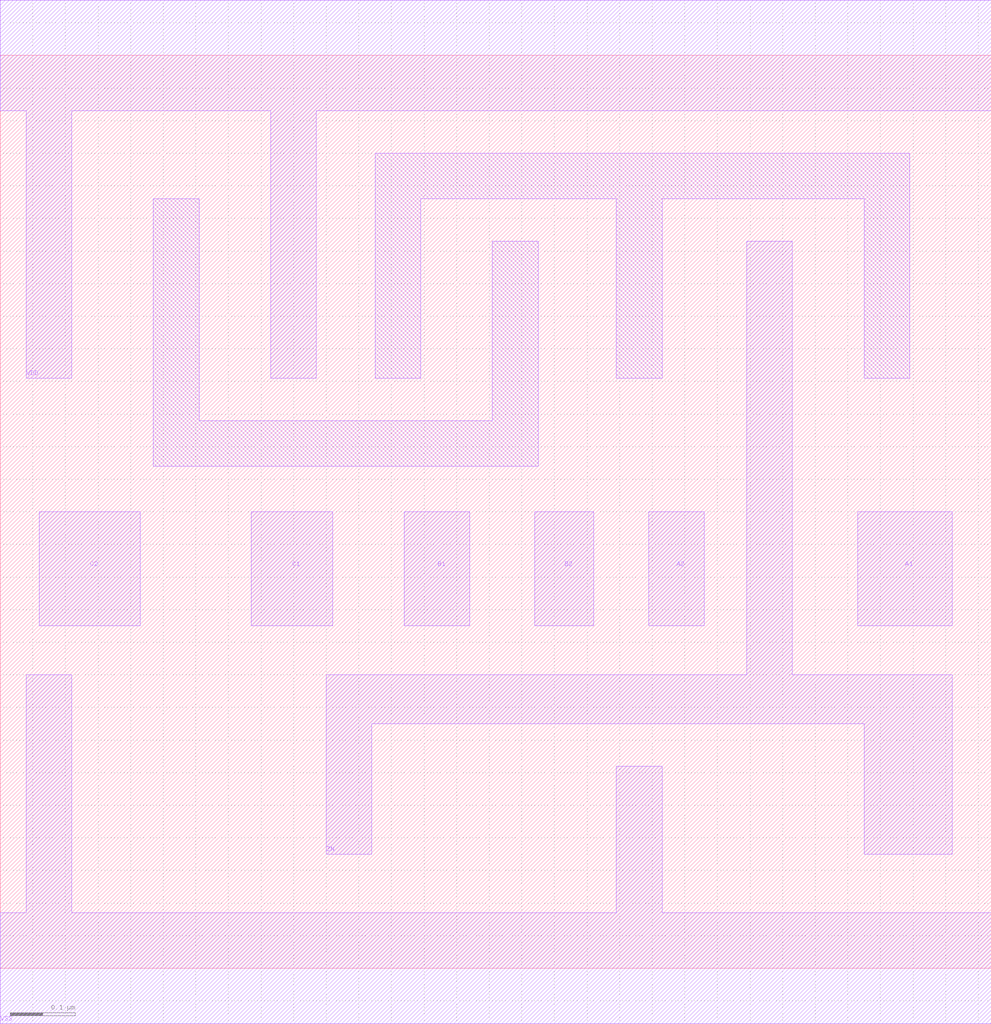
<source format=lef>
# 
# ******************************************************************************
# *                                                                            *
# *                   Copyright (C) 2004-2010, Nangate Inc.                    *
# *                           All rights reserved.                             *
# *                                                                            *
# * Nangate and the Nangate logo are trademarks of Nangate Inc.                *
# *                                                                            *
# * All trademarks, logos, software marks, and trade names (collectively the   *
# * "Marks") in this program are proprietary to Nangate or other respective    *
# * owners that have granted Nangate the right and license to use such Marks.  *
# * You are not permitted to use the Marks without the prior written consent   *
# * of Nangate or such third party that may own the Marks.                     *
# *                                                                            *
# * This file has been provided pursuant to a License Agreement containing     *
# * restrictions on its use. This file contains valuable trade secrets and     *
# * proprietary information of Nangate Inc., and is protected by U.S. and      *
# * international laws and/or treaties.                                        *
# *                                                                            *
# * The copyright notice(s) in this file does not indicate actual or intended  *
# * publication of this file.                                                  *
# *                                                                            *
# *     NGLibraryCreator, v2010.08-HR32-SP3-2010-08-05 - build 1009061800      *
# *                                                                            *
# ******************************************************************************
# 
# 
# Running on brazil06.nangate.com.br for user Giancarlo Franciscatto (gfr).
# Local time is now Fri, 3 Dec 2010, 19:32:18.
# Main process id is 27821.

VERSION 5.6 ;
BUSBITCHARS "[]" ;
DIVIDERCHAR "/" ;

MACRO AOI222_X1
  CLASS core ;
  FOREIGN AOI222_X1 0.0 0.0 ;
  ORIGIN 0 0 ;
  SYMMETRY X Y ;
  SITE FreePDK45_38x28_10R_NP_162NW_34O ;
  SIZE 1.52 BY 1.4 ;
  PIN A1
    DIRECTION INPUT ;
    ANTENNAPARTIALMETALAREA 0.025375 LAYER metal1 ;
    ANTENNAPARTIALMETALSIDEAREA 0.0832 LAYER metal1 ;
    ANTENNAGATEAREA 0.05225 ;
    PORT
      LAYER metal1 ;
        POLYGON 1.315 0.525 1.46 0.525 1.46 0.7 1.315 0.7  ;
    END
  END A1
  PIN A2
    DIRECTION INPUT ;
    ANTENNAPARTIALMETALAREA 0.014875 LAYER metal1 ;
    ANTENNAPARTIALMETALSIDEAREA 0.0676 LAYER metal1 ;
    ANTENNAGATEAREA 0.05225 ;
    PORT
      LAYER metal1 ;
        POLYGON 0.995 0.525 1.08 0.525 1.08 0.7 0.995 0.7  ;
    END
  END A2
  PIN B1
    DIRECTION INPUT ;
    ANTENNAPARTIALMETALAREA 0.0175 LAYER metal1 ;
    ANTENNAPARTIALMETALSIDEAREA 0.0715 LAYER metal1 ;
    ANTENNAGATEAREA 0.05225 ;
    PORT
      LAYER metal1 ;
        POLYGON 0.62 0.525 0.72 0.525 0.72 0.7 0.62 0.7  ;
    END
  END B1
  PIN B2
    DIRECTION INPUT ;
    ANTENNAPARTIALMETALAREA 0.01575 LAYER metal1 ;
    ANTENNAPARTIALMETALSIDEAREA 0.0689 LAYER metal1 ;
    ANTENNAGATEAREA 0.05225 ;
    PORT
      LAYER metal1 ;
        POLYGON 0.82 0.525 0.91 0.525 0.91 0.7 0.82 0.7  ;
    END
  END B2
  PIN C1
    DIRECTION INPUT ;
    ANTENNAPARTIALMETALAREA 0.021875 LAYER metal1 ;
    ANTENNAPARTIALMETALSIDEAREA 0.078 LAYER metal1 ;
    ANTENNAGATEAREA 0.05225 ;
    PORT
      LAYER metal1 ;
        POLYGON 0.385 0.525 0.51 0.525 0.51 0.7 0.385 0.7  ;
    END
  END C1
  PIN C2
    DIRECTION INPUT ;
    ANTENNAPARTIALMETALAREA 0.027125 LAYER metal1 ;
    ANTENNAPARTIALMETALSIDEAREA 0.0858 LAYER metal1 ;
    ANTENNAGATEAREA 0.05225 ;
    PORT
      LAYER metal1 ;
        POLYGON 0.06 0.525 0.215 0.525 0.215 0.7 0.06 0.7  ;
    END
  END C2
  PIN ZN
    DIRECTION OUTPUT ;
    ANTENNAPARTIALMETALAREA 0.15955 LAYER metal1 ;
    ANTENNAPARTIALMETALSIDEAREA 0.546 LAYER metal1 ;
    ANTENNADIFFAREA 0.252125 ;
    PORT
      LAYER metal1 ;
        POLYGON 0.5 0.175 0.57 0.175 0.57 0.375 1.325 0.375 1.325 0.175 1.46 0.175 1.46 0.45 1.215 0.45 1.215 1.115 1.145 1.115 1.145 0.45 0.5 0.45  ;
    END
  END ZN
  PIN VDD
    DIRECTION INOUT ;
    USE power ;
    SHAPE ABUTMENT ;
    PORT
      LAYER metal1 ;
        POLYGON 0 1.315 0.04 1.315 0.04 0.905 0.11 0.905 0.11 1.315 0.415 1.315 0.415 0.905 0.485 0.905 0.485 1.315 1.395 1.315 1.52 1.315 1.52 1.485 1.395 1.485 0 1.485  ;
    END
  END VDD
  PIN VSS
    DIRECTION INOUT ;
    USE ground ;
    SHAPE ABUTMENT ;
    PORT
      LAYER metal1 ;
        POLYGON 0 -0.085 1.52 -0.085 1.52 0.085 1.015 0.085 1.015 0.31 0.945 0.31 0.945 0.085 0.11 0.085 0.11 0.45 0.04 0.45 0.04 0.085 0 0.085  ;
    END
  END VSS
  OBS
      LAYER metal1 ;
        POLYGON 0.235 0.77 0.825 0.77 0.825 1.115 0.755 1.115 0.755 0.84 0.305 0.84 0.305 1.18 0.235 1.18  ;
        POLYGON 0.575 0.905 0.645 0.905 0.645 1.18 0.945 1.18 0.945 0.905 1.015 0.905 1.015 1.18 1.325 1.18 1.325 0.905 1.395 0.905 1.395 1.25 0.575 1.25  ;
  END
END AOI222_X1

END LIBRARY
#
# End of file
#

</source>
